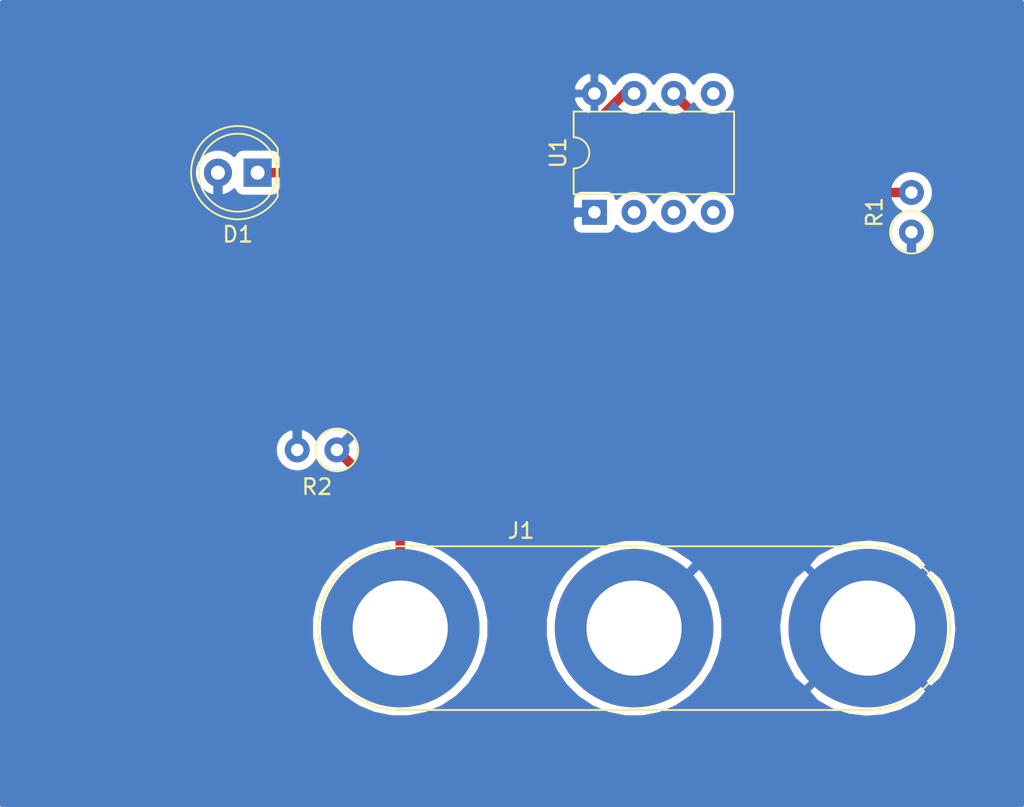
<source format=kicad_pcb>
(kicad_pcb (version 20171130) (host pcbnew "(5.1.6)-1")

  (general
    (thickness 1.6)
    (drawings 0)
    (tracks 15)
    (zones 0)
    (modules 5)
    (nets 11)
  )

  (page A4)
  (title_block
    (title Tutorial1)
  )

  (layers
    (0 F.Cu signal)
    (31 B.Cu signal)
    (32 B.Adhes user)
    (33 F.Adhes user)
    (34 B.Paste user)
    (35 F.Paste user)
    (36 B.SilkS user)
    (37 F.SilkS user)
    (38 B.Mask user)
    (39 F.Mask user)
    (40 Dwgs.User user)
    (41 Cmts.User user)
    (42 Eco1.User user)
    (43 Eco2.User user)
    (44 Edge.Cuts user)
    (45 Margin user)
    (46 B.CrtYd user)
    (47 F.CrtYd user)
    (48 B.Fab user)
    (49 F.Fab user)
  )

  (setup
    (last_trace_width 0.25)
    (trace_clearance 0.2)
    (zone_clearance 0.508)
    (zone_45_only no)
    (trace_min 0.2)
    (via_size 0.8)
    (via_drill 0.4)
    (via_min_size 0.4)
    (via_min_drill 0.3)
    (uvia_size 0.3)
    (uvia_drill 0.1)
    (uvias_allowed no)
    (uvia_min_size 0.2)
    (uvia_min_drill 0.1)
    (edge_width 0.05)
    (segment_width 0.2)
    (pcb_text_width 0.3)
    (pcb_text_size 1.5 1.5)
    (mod_edge_width 0.12)
    (mod_text_size 1 1)
    (mod_text_width 0.15)
    (pad_size 1.524 1.524)
    (pad_drill 0.762)
    (pad_to_mask_clearance 0.05)
    (aux_axis_origin 0 0)
    (visible_elements 7FFFFFFF)
    (pcbplotparams
      (layerselection 0x010f0_ffffffff)
      (usegerberextensions false)
      (usegerberattributes true)
      (usegerberadvancedattributes true)
      (creategerberjobfile true)
      (excludeedgelayer true)
      (linewidth 0.100000)
      (plotframeref false)
      (viasonmask false)
      (mode 1)
      (useauxorigin false)
      (hpglpennumber 1)
      (hpglpenspeed 20)
      (hpglpendiameter 15.000000)
      (psnegative false)
      (psa4output false)
      (plotreference true)
      (plotvalue true)
      (plotinvisibletext false)
      (padsonsilk false)
      (subtractmaskfromsilk false)
      (outputformat 1)
      (mirror false)
      (drillshape 0)
      (scaleselection 1)
      (outputdirectory "gerber files/"))
  )

  (net 0 "")
  (net 1 /LEDtoR)
  (net 2 /uCtoLED)
  (net 3 /INPUTtoR)
  (net 4 GND)
  (net 5 VCC)
  (net 6 /INPUT)
  (net 7 "Net-(U1-Pad4)")
  (net 8 "Net-(U1-Pad3)")
  (net 9 "Net-(U1-Pad2)")
  (net 10 "Net-(U1-Pad5)")

  (net_class Default "This is the default net class."
    (clearance 0.2)
    (trace_width 0.25)
    (via_dia 0.8)
    (via_drill 0.4)
    (uvia_dia 0.3)
    (uvia_drill 0.1)
  )

  (net_class power ""
    (clearance 0.2)
    (trace_width 0.6096)
    (via_dia 0.8)
    (via_drill 0.4)
    (uvia_dia 0.3)
    (uvia_drill 0.1)
    (add_net /INPUT)
    (add_net /INPUTtoR)
    (add_net /LEDtoR)
    (add_net /uCtoLED)
    (add_net GND)
    (add_net "Net-(U1-Pad2)")
    (add_net "Net-(U1-Pad3)")
    (add_net "Net-(U1-Pad4)")
    (add_net "Net-(U1-Pad5)")
    (add_net VCC)
  )

  (module Package_DIP:DIP-8_W7.62mm (layer F.Cu) (tedit 5A02E8C5) (tstamp 5EE035EC)
    (at 146.05 97.79 90)
    (descr "8-lead though-hole mounted DIP package, row spacing 7.62 mm (300 mils)")
    (tags "THT DIP DIL PDIP 2.54mm 7.62mm 300mil")
    (path /5ED74B91)
    (fp_text reference U1 (at 3.81 -2.33 90) (layer F.SilkS)
      (effects (font (size 1 1) (thickness 0.15)))
    )
    (fp_text value PIC12C508A-ISM (at 3.81 9.95 90) (layer F.Fab)
      (effects (font (size 1 1) (thickness 0.15)))
    )
    (fp_line (start 8.7 -1.55) (end -1.1 -1.55) (layer F.CrtYd) (width 0.05))
    (fp_line (start 8.7 9.15) (end 8.7 -1.55) (layer F.CrtYd) (width 0.05))
    (fp_line (start -1.1 9.15) (end 8.7 9.15) (layer F.CrtYd) (width 0.05))
    (fp_line (start -1.1 -1.55) (end -1.1 9.15) (layer F.CrtYd) (width 0.05))
    (fp_line (start 6.46 -1.33) (end 4.81 -1.33) (layer F.SilkS) (width 0.12))
    (fp_line (start 6.46 8.95) (end 6.46 -1.33) (layer F.SilkS) (width 0.12))
    (fp_line (start 1.16 8.95) (end 6.46 8.95) (layer F.SilkS) (width 0.12))
    (fp_line (start 1.16 -1.33) (end 1.16 8.95) (layer F.SilkS) (width 0.12))
    (fp_line (start 2.81 -1.33) (end 1.16 -1.33) (layer F.SilkS) (width 0.12))
    (fp_line (start 0.635 -0.27) (end 1.635 -1.27) (layer F.Fab) (width 0.1))
    (fp_line (start 0.635 8.89) (end 0.635 -0.27) (layer F.Fab) (width 0.1))
    (fp_line (start 6.985 8.89) (end 0.635 8.89) (layer F.Fab) (width 0.1))
    (fp_line (start 6.985 -1.27) (end 6.985 8.89) (layer F.Fab) (width 0.1))
    (fp_line (start 1.635 -1.27) (end 6.985 -1.27) (layer F.Fab) (width 0.1))
    (fp_text user %R (at 3.81 3.81 90) (layer F.Fab)
      (effects (font (size 1 1) (thickness 0.15)))
    )
    (fp_arc (start 3.81 -1.33) (end 2.81 -1.33) (angle -180) (layer F.SilkS) (width 0.12))
    (pad 8 thru_hole oval (at 7.62 0 90) (size 1.6 1.6) (drill 0.8) (layers *.Cu *.Mask)
      (net 4 GND))
    (pad 4 thru_hole oval (at 0 7.62 90) (size 1.6 1.6) (drill 0.8) (layers *.Cu *.Mask)
      (net 7 "Net-(U1-Pad4)"))
    (pad 7 thru_hole oval (at 7.62 2.54 90) (size 1.6 1.6) (drill 0.8) (layers *.Cu *.Mask)
      (net 2 /uCtoLED))
    (pad 3 thru_hole oval (at 0 5.08 90) (size 1.6 1.6) (drill 0.8) (layers *.Cu *.Mask)
      (net 8 "Net-(U1-Pad3)"))
    (pad 6 thru_hole oval (at 7.62 5.08 90) (size 1.6 1.6) (drill 0.8) (layers *.Cu *.Mask)
      (net 6 /INPUT))
    (pad 2 thru_hole oval (at 0 2.54 90) (size 1.6 1.6) (drill 0.8) (layers *.Cu *.Mask)
      (net 9 "Net-(U1-Pad2)"))
    (pad 5 thru_hole oval (at 7.62 7.62 90) (size 1.6 1.6) (drill 0.8) (layers *.Cu *.Mask)
      (net 10 "Net-(U1-Pad5)"))
    (pad 1 thru_hole rect (at 0 0 90) (size 1.6 1.6) (drill 0.8) (layers *.Cu *.Mask)
      (net 5 VCC))
    (model ${KISYS3DMOD}/Package_DIP.3dshapes/DIP-8_W7.62mm.wrl
      (at (xyz 0 0 0))
      (scale (xyz 1 1 1))
      (rotate (xyz 0 0 0))
    )
  )

  (module Resistor_THT:R_Axial_DIN0207_L6.3mm_D2.5mm_P2.54mm_Vertical (layer F.Cu) (tedit 5AE5139B) (tstamp 5EDDEBE4)
    (at 129.54 113.03 180)
    (descr "Resistor, Axial_DIN0207 series, Axial, Vertical, pin pitch=2.54mm, 0.25W = 1/4W, length*diameter=6.3*2.5mm^2, http://cdn-reichelt.de/documents/datenblatt/B400/1_4W%23YAG.pdf")
    (tags "Resistor Axial_DIN0207 series Axial Vertical pin pitch 2.54mm 0.25W = 1/4W length 6.3mm diameter 2.5mm")
    (path /5ED6751A)
    (fp_text reference R2 (at 1.27 -2.37) (layer F.SilkS)
      (effects (font (size 1 1) (thickness 0.15)))
    )
    (fp_text value "1 k" (at 1.27 2.37 180) (layer F.Fab)
      (effects (font (size 1 1) (thickness 0.15)))
    )
    (fp_line (start 3.59 -1.5) (end -1.5 -1.5) (layer F.CrtYd) (width 0.05))
    (fp_line (start 3.59 1.5) (end 3.59 -1.5) (layer F.CrtYd) (width 0.05))
    (fp_line (start -1.5 1.5) (end 3.59 1.5) (layer F.CrtYd) (width 0.05))
    (fp_line (start -1.5 -1.5) (end -1.5 1.5) (layer F.CrtYd) (width 0.05))
    (fp_line (start 1.37 0) (end 1.44 0) (layer F.SilkS) (width 0.12))
    (fp_line (start 0 0) (end 2.54 0) (layer F.Fab) (width 0.1))
    (fp_circle (center 0 0) (end 1.37 0) (layer F.SilkS) (width 0.12))
    (fp_circle (center 0 0) (end 1.25 0) (layer F.Fab) (width 0.1))
    (fp_text user %R (at 1.27 -2.37) (layer F.Fab)
      (effects (font (size 1 1) (thickness 0.15)))
    )
    (pad 2 thru_hole oval (at 2.54 0 180) (size 1.6 1.6) (drill 0.8) (layers *.Cu *.Mask)
      (net 1 /LEDtoR))
    (pad 1 thru_hole circle (at 0 0 180) (size 1.6 1.6) (drill 0.8) (layers *.Cu *.Mask)
      (net 5 VCC))
    (model ${KISYS3DMOD}/Resistor_THT.3dshapes/R_Axial_DIN0207_L6.3mm_D2.5mm_P2.54mm_Vertical.wrl
      (at (xyz 0 0 0))
      (scale (xyz 1 1 1))
      (rotate (xyz 0 0 0))
    )
  )

  (module Resistor_THT:R_Axial_DIN0207_L6.3mm_D2.5mm_P2.54mm_Vertical (layer F.Cu) (tedit 5AE5139B) (tstamp 5EE03553)
    (at 166.37 99.06 90)
    (descr "Resistor, Axial_DIN0207 series, Axial, Vertical, pin pitch=2.54mm, 0.25W = 1/4W, length*diameter=6.3*2.5mm^2, http://cdn-reichelt.de/documents/datenblatt/B400/1_4W%23YAG.pdf")
    (tags "Resistor Axial_DIN0207 series Axial Vertical pin pitch 2.54mm 0.25W = 1/4W length 6.3mm diameter 2.5mm")
    (path /5ED684D0)
    (fp_text reference R1 (at 1.27 -2.37 90) (layer F.SilkS)
      (effects (font (size 1 1) (thickness 0.15)))
    )
    (fp_text value 100 (at 1.27 2.37 90) (layer F.Fab)
      (effects (font (size 1 1) (thickness 0.15)))
    )
    (fp_line (start 3.59 -1.5) (end -1.5 -1.5) (layer F.CrtYd) (width 0.05))
    (fp_line (start 3.59 1.5) (end 3.59 -1.5) (layer F.CrtYd) (width 0.05))
    (fp_line (start -1.5 1.5) (end 3.59 1.5) (layer F.CrtYd) (width 0.05))
    (fp_line (start -1.5 -1.5) (end -1.5 1.5) (layer F.CrtYd) (width 0.05))
    (fp_line (start 1.37 0) (end 1.44 0) (layer F.SilkS) (width 0.12))
    (fp_line (start 0 0) (end 2.54 0) (layer F.Fab) (width 0.1))
    (fp_circle (center 0 0) (end 1.37 0) (layer F.SilkS) (width 0.12))
    (fp_circle (center 0 0) (end 1.25 0) (layer F.Fab) (width 0.1))
    (fp_text user %R (at 1.27 -2.37 90) (layer F.Fab)
      (effects (font (size 1 1) (thickness 0.15)))
    )
    (pad 2 thru_hole oval (at 2.54 0 90) (size 1.6 1.6) (drill 0.8) (layers *.Cu *.Mask)
      (net 6 /INPUT))
    (pad 1 thru_hole circle (at 0 0 90) (size 1.6 1.6) (drill 0.8) (layers *.Cu *.Mask)
      (net 3 /INPUTtoR))
    (model ${KISYS3DMOD}/Resistor_THT.3dshapes/R_Axial_DIN0207_L6.3mm_D2.5mm_P2.54mm_Vertical.wrl
      (at (xyz 0 0 0))
      (scale (xyz 1 1 1))
      (rotate (xyz 0 0 0))
    )
  )

  (module Connector:Banana_Jack_3Pin (layer F.Cu) (tedit 5A1AB217) (tstamp 5EE034FE)
    (at 133.6 124.46)
    (descr "Triple banana socket, footprint - 3 x 6mm drills")
    (tags "banana socket")
    (path /5EDA0556)
    (fp_text reference J1 (at 7.75 -6.25) (layer F.SilkS)
      (effects (font (size 1 1) (thickness 0.15)))
    )
    (fp_text value MYCONN3 (at 22.5 -6.25) (layer F.Fab)
      (effects (font (size 1 1) (thickness 0.15)))
    )
    (fp_circle (center 0 0) (end 2 0) (layer F.Fab) (width 0.1))
    (fp_circle (center 0 0) (end 4.75 0) (layer F.Fab) (width 0.1))
    (fp_circle (center 15 0) (end 17 0) (layer F.Fab) (width 0.1))
    (fp_circle (center 15 0) (end 19.75 0) (layer F.Fab) (width 0.1))
    (fp_circle (center 30 0) (end 30 -4.75) (layer F.Fab) (width 0.1))
    (fp_circle (center 30 0) (end 30 -2) (layer F.Fab) (width 0.1))
    (fp_line (start 30 -5.25) (end 0 -5.25) (layer F.SilkS) (width 0.12))
    (fp_line (start 0 5.25) (end 30 5.25) (layer F.SilkS) (width 0.12))
    (fp_line (start 0 -5.5) (end 30 -5.5) (layer F.CrtYd) (width 0.05))
    (fp_line (start 30 5.5) (end 0 5.5) (layer F.CrtYd) (width 0.05))
    (fp_arc (start 0 0) (end 0 5.25) (angle 180) (layer F.SilkS) (width 0.12))
    (fp_arc (start 30 0) (end 30 -5.25) (angle 180) (layer F.SilkS) (width 0.12))
    (fp_arc (start 30 0) (end 30 -5.5) (angle 180) (layer F.CrtYd) (width 0.05))
    (fp_arc (start 0 0) (end 0 5.5) (angle 180) (layer F.CrtYd) (width 0.05))
    (fp_text user %R (at 14.99 0) (layer F.Fab)
      (effects (font (size 0.8 0.8) (thickness 0.12)))
    )
    (pad 2 thru_hole circle (at 14.99 0) (size 10.16 10.16) (drill 6.1) (layers *.Cu *.Mask)
      (net 3 /INPUTtoR))
    (pad 3 thru_hole circle (at 29.97 0) (size 10.16 10.16) (drill 6.1) (layers *.Cu *.Mask)
      (net 4 GND))
    (pad 1 thru_hole circle (at 0 0) (size 10.16 10.16) (drill 6.1) (layers *.Cu *.Mask)
      (net 5 VCC))
    (model ${KISYS3DMOD}/Connector.3dshapes/Banana_Jack_3Pin.wrl
      (offset (xyz 14.9999997746626 0 0))
      (scale (xyz 2 2 2))
      (rotate (xyz 0 0 0))
    )
  )

  (module LED_THT:LED_D5.0mm (layer F.Cu) (tedit 5995936A) (tstamp 5EDDEBB0)
    (at 124.46 95.25 180)
    (descr "LED, diameter 5.0mm, 2 pins, http://cdn-reichelt.de/documents/datenblatt/A500/LL-504BC2E-009.pdf")
    (tags "LED diameter 5.0mm 2 pins")
    (path /5ED76AD6)
    (fp_text reference D1 (at 1.27 -3.96) (layer F.SilkS)
      (effects (font (size 1 1) (thickness 0.15)))
    )
    (fp_text value LED (at 1.27 3.96) (layer F.Fab)
      (effects (font (size 1 1) (thickness 0.15)))
    )
    (fp_line (start 4.5 -3.25) (end -1.95 -3.25) (layer F.CrtYd) (width 0.05))
    (fp_line (start 4.5 3.25) (end 4.5 -3.25) (layer F.CrtYd) (width 0.05))
    (fp_line (start -1.95 3.25) (end 4.5 3.25) (layer F.CrtYd) (width 0.05))
    (fp_line (start -1.95 -3.25) (end -1.95 3.25) (layer F.CrtYd) (width 0.05))
    (fp_line (start -1.29 -1.545) (end -1.29 1.545) (layer F.SilkS) (width 0.12))
    (fp_line (start -1.23 -1.469694) (end -1.23 1.469694) (layer F.Fab) (width 0.1))
    (fp_circle (center 1.27 0) (end 3.77 0) (layer F.SilkS) (width 0.12))
    (fp_circle (center 1.27 0) (end 3.77 0) (layer F.Fab) (width 0.1))
    (fp_text user %R (at 1.25 0) (layer F.Fab)
      (effects (font (size 0.8 0.8) (thickness 0.2)))
    )
    (fp_arc (start 1.27 0) (end -1.29 1.54483) (angle -148.9) (layer F.SilkS) (width 0.12))
    (fp_arc (start 1.27 0) (end -1.29 -1.54483) (angle 148.9) (layer F.SilkS) (width 0.12))
    (fp_arc (start 1.27 0) (end -1.23 -1.469694) (angle 299.1) (layer F.Fab) (width 0.1))
    (pad 2 thru_hole circle (at 2.54 0 180) (size 1.8 1.8) (drill 0.9) (layers *.Cu *.Mask)
      (net 1 /LEDtoR))
    (pad 1 thru_hole rect (at 0 0 180) (size 1.8 1.8) (drill 0.9) (layers *.Cu *.Mask)
      (net 2 /uCtoLED))
    (model ${KISYS3DMOD}/LED_THT.3dshapes/LED_D5.0mm.wrl
      (at (xyz 0 0 0))
      (scale (xyz 1 1 1))
      (rotate (xyz 0 0 0))
    )
  )

  (segment (start 127 113.03) (end 127 111.7249) (width 0.6096) (layer B.Cu) (net 1))
  (segment (start 121.92 95.25) (end 121.92 106.6449) (width 0.6096) (layer B.Cu) (net 1))
  (segment (start 121.92 106.6449) (end 127 111.7249) (width 0.6096) (layer B.Cu) (net 1))
  (segment (start 124.46 95.25) (end 142.901 95.25) (width 0.6096) (layer F.Cu) (net 2))
  (segment (start 142.901 95.25) (end 147.981 90.17) (width 0.6096) (layer F.Cu) (net 2))
  (segment (start 147.981 90.17) (end 148.59 90.17) (width 0.6096) (layer F.Cu) (net 2))
  (segment (start 148.59 124.46) (end 166.37 106.68) (width 0.6096) (layer B.Cu) (net 3))
  (segment (start 166.37 106.68) (end 166.37 99.06) (width 0.6096) (layer B.Cu) (net 3))
  (segment (start 146.05 97.79) (end 144.7449 97.79) (width 0.6096) (layer B.Cu) (net 5))
  (segment (start 129.54 113.03) (end 144.7449 97.8251) (width 0.6096) (layer B.Cu) (net 5))
  (segment (start 144.7449 97.8251) (end 144.7449 97.79) (width 0.6096) (layer B.Cu) (net 5))
  (segment (start 133.6 124.46) (end 133.6 117.09) (width 0.6096) (layer F.Cu) (net 5))
  (segment (start 133.6 117.09) (end 129.54 113.03) (width 0.6096) (layer F.Cu) (net 5))
  (segment (start 166.37 96.52) (end 157.48 96.52) (width 0.6096) (layer F.Cu) (net 6))
  (segment (start 157.48 96.52) (end 151.13 90.17) (width 0.6096) (layer F.Cu) (net 6))

  (zone (net 4) (net_name GND) (layer B.Cu) (tstamp 5EF2E6C1) (hatch edge 0.508)
    (connect_pads (clearance 0.508))
    (min_thickness 0.254)
    (fill yes (arc_segments 32) (thermal_gap 0.508) (thermal_bridge_width 0.508))
    (polygon
      (pts
        (xy 173.5836 135.9408) (xy 107.95 135.9408) (xy 107.95 84.1756) (xy 173.5836 84.1756)
      )
    )
    (filled_polygon
      (pts
        (xy 173.4566 135.8138) (xy 108.077 135.8138) (xy 108.077 123.897122) (xy 127.885 123.897122) (xy 127.885 125.022878)
        (xy 128.104625 126.127004) (xy 128.535433 127.167067) (xy 129.16087 128.1031) (xy 129.9569 128.89913) (xy 130.892933 129.524567)
        (xy 131.932996 129.955375) (xy 133.037122 130.175) (xy 134.162878 130.175) (xy 135.267004 129.955375) (xy 136.307067 129.524567)
        (xy 137.2431 128.89913) (xy 138.03913 128.1031) (xy 138.664567 127.167067) (xy 139.095375 126.127004) (xy 139.315 125.022878)
        (xy 139.315 123.897122) (xy 142.875 123.897122) (xy 142.875 125.022878) (xy 143.094625 126.127004) (xy 143.525433 127.167067)
        (xy 144.15087 128.1031) (xy 144.9469 128.89913) (xy 145.882933 129.524567) (xy 146.922996 129.955375) (xy 148.027122 130.175)
        (xy 149.152878 130.175) (xy 150.257004 129.955375) (xy 151.297067 129.524567) (xy 152.2331 128.89913) (xy 152.635034 128.497196)
        (xy 159.712409 128.497196) (xy 160.298124 129.179416) (xy 161.281704 129.727045) (xy 162.353223 130.072265) (xy 163.471501 130.201808)
        (xy 164.593565 130.110697) (xy 165.676294 129.802433) (xy 166.678079 129.288863) (xy 166.841876 129.179416) (xy 167.427591 128.497196)
        (xy 163.57 124.639605) (xy 159.712409 128.497196) (xy 152.635034 128.497196) (xy 153.02913 128.1031) (xy 153.654567 127.167067)
        (xy 154.085375 126.127004) (xy 154.305 125.022878) (xy 154.305 124.361501) (xy 157.828192 124.361501) (xy 157.919303 125.483565)
        (xy 158.227567 126.566294) (xy 158.741137 127.568079) (xy 158.850584 127.731876) (xy 159.532804 128.317591) (xy 163.390395 124.46)
        (xy 163.749605 124.46) (xy 167.607196 128.317591) (xy 168.289416 127.731876) (xy 168.837045 126.748296) (xy 169.182265 125.676777)
        (xy 169.311808 124.558499) (xy 169.220697 123.436435) (xy 168.912433 122.353706) (xy 168.398863 121.351921) (xy 168.289416 121.188124)
        (xy 167.607196 120.602409) (xy 163.749605 124.46) (xy 163.390395 124.46) (xy 159.532804 120.602409) (xy 158.850584 121.188124)
        (xy 158.302955 122.171704) (xy 157.957735 123.243223) (xy 157.828192 124.361501) (xy 154.305 124.361501) (xy 154.305 123.897122)
        (xy 154.085375 122.792996) (xy 153.654567 121.752933) (xy 153.02913 120.8169) (xy 152.635034 120.422804) (xy 159.712409 120.422804)
        (xy 163.57 124.280395) (xy 167.427591 120.422804) (xy 166.841876 119.740584) (xy 165.858296 119.192955) (xy 164.786777 118.847735)
        (xy 163.668499 118.718192) (xy 162.546435 118.809303) (xy 161.463706 119.117567) (xy 160.461921 119.631137) (xy 160.298124 119.740584)
        (xy 159.712409 120.422804) (xy 152.635034 120.422804) (xy 152.2331 120.02087) (xy 151.297067 119.395433) (xy 150.257004 118.964625)
        (xy 149.152878 118.745) (xy 148.027122 118.745) (xy 146.922996 118.964625) (xy 145.882933 119.395433) (xy 144.9469 120.02087)
        (xy 144.15087 120.8169) (xy 143.525433 121.752933) (xy 143.094625 122.792996) (xy 142.875 123.897122) (xy 139.315 123.897122)
        (xy 139.095375 122.792996) (xy 138.664567 121.752933) (xy 138.03913 120.8169) (xy 137.2431 120.02087) (xy 136.307067 119.395433)
        (xy 135.267004 118.964625) (xy 134.162878 118.745) (xy 133.037122 118.745) (xy 131.932996 118.964625) (xy 130.892933 119.395433)
        (xy 129.9569 120.02087) (xy 129.16087 120.8169) (xy 128.535433 121.752933) (xy 128.104625 122.792996) (xy 127.885 123.897122)
        (xy 108.077 123.897122) (xy 108.077 112.888665) (xy 125.565 112.888665) (xy 125.565 113.171335) (xy 125.620147 113.448574)
        (xy 125.72832 113.709727) (xy 125.885363 113.944759) (xy 126.085241 114.144637) (xy 126.320273 114.30168) (xy 126.581426 114.409853)
        (xy 126.858665 114.465) (xy 127.141335 114.465) (xy 127.418574 114.409853) (xy 127.679727 114.30168) (xy 127.914759 114.144637)
        (xy 128.114637 113.944759) (xy 128.27 113.712241) (xy 128.425363 113.944759) (xy 128.625241 114.144637) (xy 128.860273 114.30168)
        (xy 129.121426 114.409853) (xy 129.398665 114.465) (xy 129.681335 114.465) (xy 129.958574 114.409853) (xy 130.219727 114.30168)
        (xy 130.454759 114.144637) (xy 130.654637 113.944759) (xy 130.81168 113.709727) (xy 130.919853 113.448574) (xy 130.975 113.171335)
        (xy 130.975 112.888665) (xy 130.919853 112.611426) (xy 130.81168 112.350273) (xy 130.654637 112.115241) (xy 130.454759 111.915363)
        (xy 130.219727 111.75832) (xy 129.958574 111.650147) (xy 129.681335 111.595) (xy 129.398665 111.595) (xy 129.121426 111.650147)
        (xy 128.860273 111.75832) (xy 128.625241 111.915363) (xy 128.425363 112.115241) (xy 128.27 112.347759) (xy 128.114637 112.115241)
        (xy 127.914759 111.915363) (xy 127.679727 111.75832) (xy 127.418574 111.650147) (xy 127.141335 111.595) (xy 126.858665 111.595)
        (xy 126.581426 111.650147) (xy 126.320273 111.75832) (xy 126.085241 111.915363) (xy 125.885363 112.115241) (xy 125.72832 112.350273)
        (xy 125.620147 112.611426) (xy 125.565 112.888665) (xy 108.077 112.888665) (xy 108.077 96.99) (xy 144.611928 96.99)
        (xy 144.611928 98.59) (xy 144.624188 98.714482) (xy 144.660498 98.83418) (xy 144.719463 98.944494) (xy 144.798815 99.041185)
        (xy 144.895506 99.120537) (xy 145.00582 99.179502) (xy 145.125518 99.215812) (xy 145.25 99.228072) (xy 146.85 99.228072)
        (xy 146.974482 99.215812) (xy 147.09418 99.179502) (xy 147.204494 99.120537) (xy 147.301185 99.041185) (xy 147.380537 98.944494)
        (xy 147.439502 98.83418) (xy 147.475812 98.714482) (xy 147.476643 98.706039) (xy 147.675241 98.904637) (xy 147.910273 99.06168)
        (xy 148.171426 99.169853) (xy 148.448665 99.225) (xy 148.731335 99.225) (xy 149.008574 99.169853) (xy 149.269727 99.06168)
        (xy 149.504759 98.904637) (xy 149.704637 98.704759) (xy 149.86 98.472241) (xy 150.015363 98.704759) (xy 150.215241 98.904637)
        (xy 150.450273 99.06168) (xy 150.711426 99.169853) (xy 150.988665 99.225) (xy 151.271335 99.225) (xy 151.548574 99.169853)
        (xy 151.809727 99.06168) (xy 152.044759 98.904637) (xy 152.244637 98.704759) (xy 152.4 98.472241) (xy 152.555363 98.704759)
        (xy 152.755241 98.904637) (xy 152.990273 99.06168) (xy 153.251426 99.169853) (xy 153.528665 99.225) (xy 153.811335 99.225)
        (xy 154.088574 99.169853) (xy 154.349727 99.06168) (xy 154.584759 98.904637) (xy 154.784637 98.704759) (xy 154.94168 98.469727)
        (xy 155.049853 98.208574) (xy 155.105 97.931335) (xy 155.105 97.648665) (xy 155.049853 97.371426) (xy 154.94168 97.110273)
        (xy 154.784637 96.875241) (xy 154.584759 96.675363) (xy 154.349727 96.51832) (xy 154.088574 96.410147) (xy 153.930306 96.378665)
        (xy 164.935 96.378665) (xy 164.935 96.661335) (xy 164.990147 96.938574) (xy 165.09832 97.199727) (xy 165.255363 97.434759)
        (xy 165.455241 97.634637) (xy 165.687759 97.79) (xy 165.455241 97.945363) (xy 165.255363 98.145241) (xy 165.09832 98.380273)
        (xy 164.990147 98.641426) (xy 164.935 98.918665) (xy 164.935 99.201335) (xy 164.990147 99.478574) (xy 165.09832 99.739727)
        (xy 165.255363 99.974759) (xy 165.455241 100.174637) (xy 165.690273 100.33168) (xy 165.951426 100.439853) (xy 166.228665 100.495)
        (xy 166.511335 100.495) (xy 166.788574 100.439853) (xy 167.049727 100.33168) (xy 167.284759 100.174637) (xy 167.484637 99.974759)
        (xy 167.64168 99.739727) (xy 167.749853 99.478574) (xy 167.805 99.201335) (xy 167.805 98.918665) (xy 167.749853 98.641426)
        (xy 167.64168 98.380273) (xy 167.484637 98.145241) (xy 167.284759 97.945363) (xy 167.052241 97.79) (xy 167.284759 97.634637)
        (xy 167.484637 97.434759) (xy 167.64168 97.199727) (xy 167.749853 96.938574) (xy 167.805 96.661335) (xy 167.805 96.378665)
        (xy 167.749853 96.101426) (xy 167.64168 95.840273) (xy 167.484637 95.605241) (xy 167.284759 95.405363) (xy 167.049727 95.24832)
        (xy 166.788574 95.140147) (xy 166.511335 95.085) (xy 166.228665 95.085) (xy 165.951426 95.140147) (xy 165.690273 95.24832)
        (xy 165.455241 95.405363) (xy 165.255363 95.605241) (xy 165.09832 95.840273) (xy 164.990147 96.101426) (xy 164.935 96.378665)
        (xy 153.930306 96.378665) (xy 153.811335 96.355) (xy 153.528665 96.355) (xy 153.251426 96.410147) (xy 152.990273 96.51832)
        (xy 152.755241 96.675363) (xy 152.555363 96.875241) (xy 152.4 97.107759) (xy 152.244637 96.875241) (xy 152.044759 96.675363)
        (xy 151.809727 96.51832) (xy 151.548574 96.410147) (xy 151.271335 96.355) (xy 150.988665 96.355) (xy 150.711426 96.410147)
        (xy 150.450273 96.51832) (xy 150.215241 96.675363) (xy 150.015363 96.875241) (xy 149.86 97.107759) (xy 149.704637 96.875241)
        (xy 149.504759 96.675363) (xy 149.269727 96.51832) (xy 149.008574 96.410147) (xy 148.731335 96.355) (xy 148.448665 96.355)
        (xy 148.171426 96.410147) (xy 147.910273 96.51832) (xy 147.675241 96.675363) (xy 147.476643 96.873961) (xy 147.475812 96.865518)
        (xy 147.439502 96.74582) (xy 147.380537 96.635506) (xy 147.301185 96.538815) (xy 147.204494 96.459463) (xy 147.09418 96.400498)
        (xy 146.974482 96.364188) (xy 146.85 96.351928) (xy 145.25 96.351928) (xy 145.125518 96.364188) (xy 145.00582 96.400498)
        (xy 144.895506 96.459463) (xy 144.798815 96.538815) (xy 144.719463 96.635506) (xy 144.660498 96.74582) (xy 144.624188 96.865518)
        (xy 144.611928 96.99) (xy 108.077 96.99) (xy 108.077 95.098816) (xy 120.385 95.098816) (xy 120.385 95.401184)
        (xy 120.443989 95.697743) (xy 120.559701 95.977095) (xy 120.727688 96.228505) (xy 120.941495 96.442312) (xy 121.192905 96.610299)
        (xy 121.472257 96.726011) (xy 121.768816 96.785) (xy 122.071184 96.785) (xy 122.367743 96.726011) (xy 122.647095 96.610299)
        (xy 122.898505 96.442312) (xy 122.964944 96.375873) (xy 122.970498 96.39418) (xy 123.029463 96.504494) (xy 123.108815 96.601185)
        (xy 123.205506 96.680537) (xy 123.31582 96.739502) (xy 123.435518 96.775812) (xy 123.56 96.788072) (xy 125.36 96.788072)
        (xy 125.484482 96.775812) (xy 125.60418 96.739502) (xy 125.714494 96.680537) (xy 125.811185 96.601185) (xy 125.890537 96.504494)
        (xy 125.949502 96.39418) (xy 125.985812 96.274482) (xy 125.998072 96.15) (xy 125.998072 94.35) (xy 125.985812 94.225518)
        (xy 125.949502 94.10582) (xy 125.890537 93.995506) (xy 125.811185 93.898815) (xy 125.714494 93.819463) (xy 125.60418 93.760498)
        (xy 125.484482 93.724188) (xy 125.36 93.711928) (xy 123.56 93.711928) (xy 123.435518 93.724188) (xy 123.31582 93.760498)
        (xy 123.205506 93.819463) (xy 123.108815 93.898815) (xy 123.029463 93.995506) (xy 122.970498 94.10582) (xy 122.964944 94.124127)
        (xy 122.898505 94.057688) (xy 122.647095 93.889701) (xy 122.367743 93.773989) (xy 122.071184 93.715) (xy 121.768816 93.715)
        (xy 121.472257 93.773989) (xy 121.192905 93.889701) (xy 120.941495 94.057688) (xy 120.727688 94.271495) (xy 120.559701 94.522905)
        (xy 120.443989 94.802257) (xy 120.385 95.098816) (xy 108.077 95.098816) (xy 108.077 90.51904) (xy 144.658091 90.51904)
        (xy 144.75293 90.783881) (xy 144.897615 91.025131) (xy 145.086586 91.233519) (xy 145.31258 91.401037) (xy 145.566913 91.521246)
        (xy 145.700961 91.561904) (xy 145.923 91.439915) (xy 145.923 90.297) (xy 144.779376 90.297) (xy 144.658091 90.51904)
        (xy 108.077 90.51904) (xy 108.077 89.82096) (xy 144.658091 89.82096) (xy 144.779376 90.043) (xy 145.923 90.043)
        (xy 145.923 88.900085) (xy 146.177 88.900085) (xy 146.177 90.043) (xy 146.197 90.043) (xy 146.197 90.297)
        (xy 146.177 90.297) (xy 146.177 91.439915) (xy 146.399039 91.561904) (xy 146.533087 91.521246) (xy 146.78742 91.401037)
        (xy 147.013414 91.233519) (xy 147.202385 91.025131) (xy 147.313933 90.839135) (xy 147.31832 90.849727) (xy 147.475363 91.084759)
        (xy 147.675241 91.284637) (xy 147.910273 91.44168) (xy 148.171426 91.549853) (xy 148.448665 91.605) (xy 148.731335 91.605)
        (xy 149.008574 91.549853) (xy 149.269727 91.44168) (xy 149.504759 91.284637) (xy 149.704637 91.084759) (xy 149.86 90.852241)
        (xy 150.015363 91.084759) (xy 150.215241 91.284637) (xy 150.450273 91.44168) (xy 150.711426 91.549853) (xy 150.988665 91.605)
        (xy 151.271335 91.605) (xy 151.548574 91.549853) (xy 151.809727 91.44168) (xy 152.044759 91.284637) (xy 152.244637 91.084759)
        (xy 152.4 90.852241) (xy 152.555363 91.084759) (xy 152.755241 91.284637) (xy 152.990273 91.44168) (xy 153.251426 91.549853)
        (xy 153.528665 91.605) (xy 153.811335 91.605) (xy 154.088574 91.549853) (xy 154.349727 91.44168) (xy 154.584759 91.284637)
        (xy 154.784637 91.084759) (xy 154.94168 90.849727) (xy 155.049853 90.588574) (xy 155.105 90.311335) (xy 155.105 90.028665)
        (xy 155.049853 89.751426) (xy 154.94168 89.490273) (xy 154.784637 89.255241) (xy 154.584759 89.055363) (xy 154.349727 88.89832)
        (xy 154.088574 88.790147) (xy 153.811335 88.735) (xy 153.528665 88.735) (xy 153.251426 88.790147) (xy 152.990273 88.89832)
        (xy 152.755241 89.055363) (xy 152.555363 89.255241) (xy 152.4 89.487759) (xy 152.244637 89.255241) (xy 152.044759 89.055363)
        (xy 151.809727 88.89832) (xy 151.548574 88.790147) (xy 151.271335 88.735) (xy 150.988665 88.735) (xy 150.711426 88.790147)
        (xy 150.450273 88.89832) (xy 150.215241 89.055363) (xy 150.015363 89.255241) (xy 149.86 89.487759) (xy 149.704637 89.255241)
        (xy 149.504759 89.055363) (xy 149.269727 88.89832) (xy 149.008574 88.790147) (xy 148.731335 88.735) (xy 148.448665 88.735)
        (xy 148.171426 88.790147) (xy 147.910273 88.89832) (xy 147.675241 89.055363) (xy 147.475363 89.255241) (xy 147.31832 89.490273)
        (xy 147.313933 89.500865) (xy 147.202385 89.314869) (xy 147.013414 89.106481) (xy 146.78742 88.938963) (xy 146.533087 88.818754)
        (xy 146.399039 88.778096) (xy 146.177 88.900085) (xy 145.923 88.900085) (xy 145.700961 88.778096) (xy 145.566913 88.818754)
        (xy 145.31258 88.938963) (xy 145.086586 89.106481) (xy 144.897615 89.314869) (xy 144.75293 89.556119) (xy 144.658091 89.82096)
        (xy 108.077 89.82096) (xy 108.077 84.3026) (xy 173.4566 84.3026)
      )
    )
  )
)

</source>
